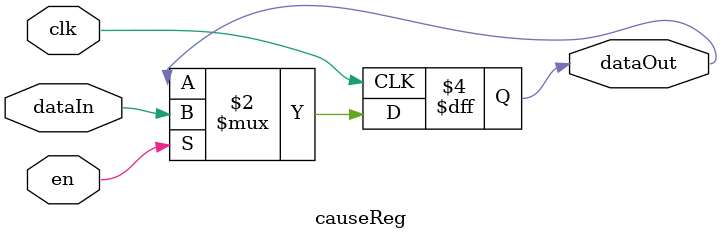
<source format=v>
`timescale 1ns / 1ps
module addr_reg (
    clk,
    dataIn,
    dataOut,
    en
);

`include "parameters.v"

input clk;
input en;
input [ADDRESS_BUS_WIDTH-1:0] dataIn ;
output reg [ADDRESS_BUS_WIDTH-1:0] dataOut;

always @ (posedge clk) // On the positive trigger of the clock, if enable is on, then read out the data from the register
begin
    if (en)
    dataOut <= dataIn;
end

endmodule

module data_reg  (
    clk,
    dataIn,
    dataOut,
    en
);
`include "parameters.v"

input clk;
input en;
input [DATA_BUS_WIDTH-1:0] dataIn ;
output reg [DATA_BUS_WIDTH-1:0] dataOut;

always @ (posedge clk) // On the positive trigger of the clock, if enable is on, then read out the data from the register
begin
    if (en)
    dataOut <= dataIn;
end

endmodule

module instr_reg  (
    clk,
    dataIn,
    dataOut,
    en
);

`include "parameters.v"
input clk;
input en;
input [INSTRUCTION_WIDTH-1:0] dataIn;
output reg [INSTRUCTION_WIDTH-1:0] dataOut;

always @ (posedge clk) // On the positive trigger of the clock, if enable is on, then read out the data from the register
begin
    if (en)
    dataOut <= dataIn;
end
    
endmodule

module causeReg  (
    clk,
    dataIn,
    dataOut,
    en
);
`include "parameters.v"
input clk;
input en;
input dataIn;
output reg dataOut;

always @ (posedge clk) // On the positive trigger of the clock, if enable is on, then read out the data from the register
begin
    if (en)
    dataOut <= dataIn;
end
    
endmodule


</source>
